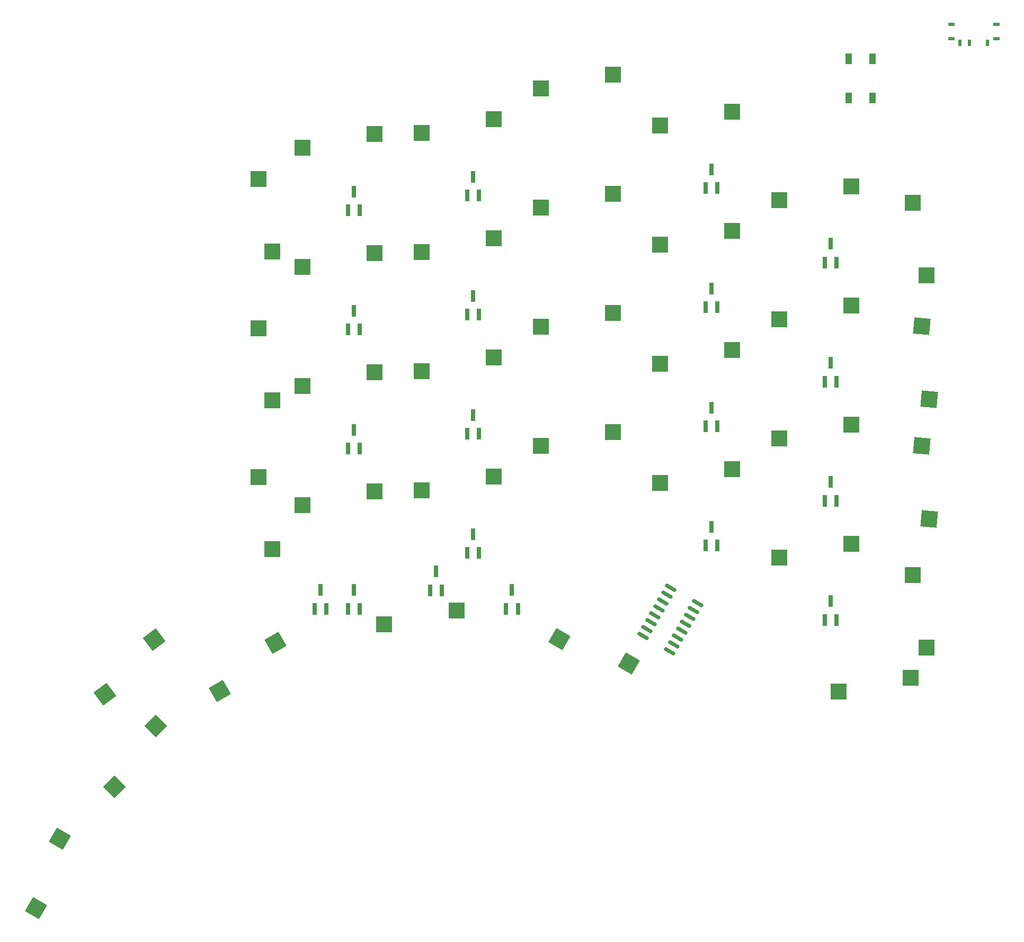
<source format=gtp>
G04 #@! TF.GenerationSoftware,KiCad,Pcbnew,7.0.2*
G04 #@! TF.CreationDate,2023-05-25T14:19:06+02:00*
G04 #@! TF.ProjectId,mykeeb_v7a3,6d796b65-6562-45f7-9637-61332e6b6963,rev?*
G04 #@! TF.SameCoordinates,Original*
G04 #@! TF.FileFunction,Paste,Top*
G04 #@! TF.FilePolarity,Positive*
%FSLAX46Y46*%
G04 Gerber Fmt 4.6, Leading zero omitted, Abs format (unit mm)*
G04 Created by KiCad (PCBNEW 7.0.2) date 2023-05-25 14:19:06*
%MOMM*%
%LPD*%
G01*
G04 APERTURE LIST*
G04 Aperture macros list*
%AMRoundRect*
0 Rectangle with rounded corners*
0 $1 Rounding radius*
0 $2 $3 $4 $5 $6 $7 $8 $9 X,Y pos of 4 corners*
0 Add a 4 corners polygon primitive as box body*
4,1,4,$2,$3,$4,$5,$6,$7,$8,$9,$2,$3,0*
0 Add four circle primitives for the rounded corners*
1,1,$1+$1,$2,$3*
1,1,$1+$1,$4,$5*
1,1,$1+$1,$6,$7*
1,1,$1+$1,$8,$9*
0 Add four rect primitives between the rounded corners*
20,1,$1+$1,$2,$3,$4,$5,0*
20,1,$1+$1,$4,$5,$6,$7,0*
20,1,$1+$1,$6,$7,$8,$9,0*
20,1,$1+$1,$8,$9,$2,$3,0*%
%AMRotRect*
0 Rectangle, with rotation*
0 The origin of the aperture is its center*
0 $1 length*
0 $2 width*
0 $3 Rotation angle, in degrees counterclockwise*
0 Add horizontal line*
21,1,$1,$2,0,0,$3*%
G04 Aperture macros list end*
%ADD10RotRect,2.600000X2.600000X210.000000*%
%ADD11RotRect,2.600000X2.600000X265.000000*%
%ADD12RoundRect,0.150000X-0.789471X0.282596X0.639471X-0.542404X0.789471X-0.282596X-0.639471X0.542404X0*%
%ADD13R,2.600000X2.600000*%
%ADD14RotRect,2.600000X2.600000X225.000000*%
%ADD15RotRect,2.600000X2.600000X240.000000*%
%ADD16RotRect,2.600000X2.600000X37.000000*%
%ADD17R,1.000000X0.600000*%
%ADD18R,1.100000X0.600000*%
%ADD19R,0.600000X1.000000*%
%ADD20R,1.000000X1.700000*%
%ADD21RotRect,2.600000X2.600000X150.000000*%
%ADD22R,0.800000X1.900000*%
G04 APERTURE END LIST*
D10*
X101159948Y-130160569D03*
X92257355Y-137840825D03*
D11*
X204438992Y-79491806D03*
X205623971Y-91189597D03*
D12*
X164342659Y-121338688D03*
X163707659Y-122438540D03*
X163072659Y-123538393D03*
X162437659Y-124638245D03*
X161802659Y-125738097D03*
X161167659Y-126837949D03*
X160532659Y-127937802D03*
X159897659Y-129037654D03*
X164184485Y-131512654D03*
X164819485Y-130412802D03*
X165454485Y-129312949D03*
X166089485Y-128213097D03*
X166724485Y-127113245D03*
X167359485Y-126013393D03*
X167994485Y-124913540D03*
X168629485Y-123813688D03*
D13*
X174129815Y-64296920D03*
X162579815Y-66496920D03*
X193179815Y-95253220D03*
X181629815Y-97453220D03*
X136029815Y-65487620D03*
X124479815Y-67687620D03*
X193179815Y-114303220D03*
X181629815Y-116503220D03*
X155079783Y-39293780D03*
X143529783Y-41493780D03*
X203004815Y-119359420D03*
X205204815Y-130909420D03*
X203004815Y-59828220D03*
X205204815Y-71378220D03*
X130076615Y-125018920D03*
X118526615Y-127218920D03*
X100604715Y-115193920D03*
X98404715Y-103643920D03*
D14*
X82047604Y-143495760D03*
X75436156Y-153218478D03*
D13*
X193179783Y-57153180D03*
X181629783Y-59353180D03*
D15*
X66731464Y-161471787D03*
X62861720Y-172574380D03*
D16*
X73882783Y-138374345D03*
X81783030Y-129666384D03*
D13*
X116979815Y-105968820D03*
X105429815Y-108168820D03*
X155079815Y-96443820D03*
X143529815Y-98643820D03*
X136029815Y-84537620D03*
X124479815Y-86737620D03*
X116979815Y-86918820D03*
X105429815Y-89118820D03*
X155079815Y-77393820D03*
X143529815Y-79593820D03*
D17*
X216348619Y-31282215D03*
D18*
X209148619Y-31282215D03*
X216348619Y-33568215D03*
D17*
X209148619Y-33568215D03*
D19*
X214948619Y-34275215D03*
X212048619Y-34275215D03*
X210548619Y-34275215D03*
D13*
X174129815Y-83346920D03*
X162579815Y-85546920D03*
D20*
X192767351Y-36735972D03*
X196567351Y-36735972D03*
X196567351Y-43035972D03*
X192767351Y-43035972D03*
D13*
X116979783Y-48818780D03*
X105429783Y-51018780D03*
X100604815Y-67568820D03*
X98404815Y-56018820D03*
X136029815Y-103587620D03*
X124479815Y-105787620D03*
X174129815Y-102396920D03*
X162579815Y-104596920D03*
X174129783Y-45246880D03*
X162579783Y-47446880D03*
D11*
X204438992Y-98674606D03*
X205623971Y-110372397D03*
D13*
X100604815Y-91381320D03*
X98404815Y-79831320D03*
D21*
X157615948Y-133477769D03*
X146513355Y-129608025D03*
D13*
X202704815Y-135734520D03*
X191154815Y-137934520D03*
X193179815Y-76203220D03*
X181629815Y-78403220D03*
X155079815Y-58343820D03*
X143529815Y-60543820D03*
X136029783Y-46437580D03*
X124479783Y-48637580D03*
D22*
X114654783Y-99131332D03*
X112754783Y-99131332D03*
X113704783Y-96131332D03*
X133704799Y-115800080D03*
X131804799Y-115800080D03*
X132754799Y-112800080D03*
X190854847Y-107465698D03*
X188954847Y-107465698D03*
X189904847Y-104465698D03*
X133704799Y-58650032D03*
X131804799Y-58650032D03*
X132754799Y-55650032D03*
X190854847Y-88415682D03*
X188954847Y-88415682D03*
X189904847Y-85415682D03*
X171804831Y-95559438D03*
X169904831Y-95559438D03*
X170854831Y-92559438D03*
X171804831Y-76509422D03*
X169904831Y-76509422D03*
X170854831Y-73509422D03*
X114654783Y-124729775D03*
X112754783Y-124729775D03*
X113704783Y-121729775D03*
X133704799Y-96750064D03*
X131804799Y-96750064D03*
X132754799Y-93750064D03*
X190854847Y-69365666D03*
X188954847Y-69365666D03*
X189904847Y-66365666D03*
X127751669Y-121753210D03*
X125851669Y-121753210D03*
X126801669Y-118753210D03*
D13*
X116979815Y-67868820D03*
X105429815Y-70068820D03*
D22*
X171804831Y-114609454D03*
X169904831Y-114609454D03*
X170854831Y-111609454D03*
X133704799Y-77700048D03*
X131804799Y-77700048D03*
X132754799Y-74700048D03*
X114654783Y-61031300D03*
X112754783Y-61031300D03*
X113704783Y-58031300D03*
X114654783Y-80081316D03*
X112754783Y-80081316D03*
X113704783Y-77081316D03*
X190854847Y-126515714D03*
X188954847Y-126515714D03*
X189904847Y-123515714D03*
X171804831Y-57459406D03*
X169904831Y-57459406D03*
X170854831Y-54459406D03*
X139898555Y-124729775D03*
X137998555Y-124729775D03*
X138948555Y-121729775D03*
X109296966Y-124729791D03*
X107396966Y-124729791D03*
X108346966Y-121729791D03*
M02*

</source>
